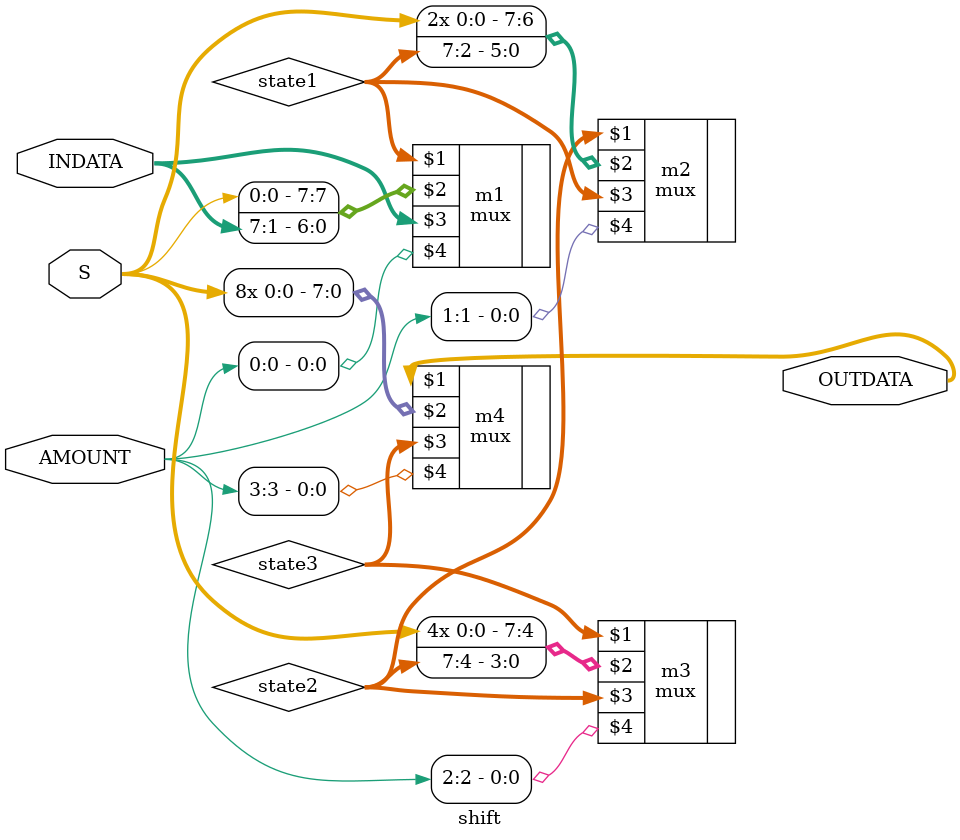
<source format=v>
/*
E/16/070
DE SILVA N.S.C.K.S.
LAB05 PART5 - program counter
*/

`timescale 1ns/100ps

// module shift
module shift (OUTDATA, INDATA, AMOUNT,S);
	input [7:0] INDATA ;
	input [3:0] AMOUNT ;
	input S ;
	output  [7:0] OUTDATA ;

	wire [7:0] state1, state2, state3 ;
	
	// shift by 0 or 1 bits
	mux m1 (state1, {S,INDATA[7:1]}, INDATA, AMOUNT[0] ) ;

	// shift by 0 or 2 bits
	mux m2 (state2, {{2{S}},state1[7:2]}, state1, AMOUNT[1] ) ;

	// shift by 0 or 4 bits
	mux m3 (state3, {{4{S}},state2[7:4]}, state2, AMOUNT[2] );
	
	// shift by 0 or 8 bits
	mux m4 (OUTDATA, {8{S}}, state3, AMOUNT[3] ) ;

endmodule



</source>
